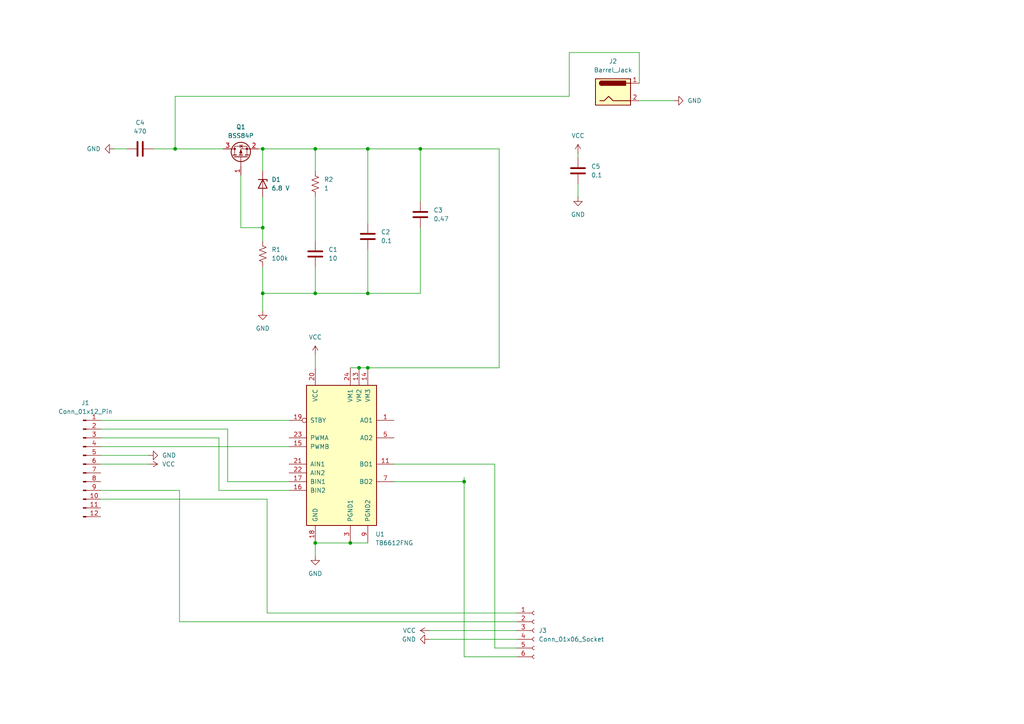
<source format=kicad_sch>
(kicad_sch (version 20231120) (generator "eeschema") (generator_version "8.0")
  (paper "A4")
  (lib_symbols
    (symbol "Connector:Barrel_Jack" (pin_names (offset 1.016))
      (property "Reference" "J" (at 0 5.334 0))
      (property "Value" "Barrel_Jack" (at 0 -5.08 0))
      (symbol "Barrel_Jack_0_1"
        (rectangle (start -5.08 3.81) (end 5.08 -3.81) (stroke (width 0.254)) (fill (type background)))
        (arc (start -3.302 3.175) (mid -3.9343 2.54) (end -3.302 1.905) (stroke (width 0.254)))
        (arc (start -3.302 3.175) (mid -3.9343 2.54) (end -3.302 1.905) (stroke (width 0.254)) (fill (type outline)))
        (polyline (pts (xy 5.08 2.54) (xy 3.81 2.54)) (stroke (width 0.254)))
        (polyline (pts (xy -3.81 -2.54) (xy -2.54 -2.54) (xy -1.27 -1.27) (xy 0 -2.54) (xy 2.54 -2.54) (xy 5.08 -2.54)) (stroke (width 0.254)))
        (rectangle (start 3.683 3.175) (end -3.302 1.905) (stroke (width 0.254)) (fill (type outline)))
      )
      (symbol "Barrel_Jack_1_1"
        (pin passive line (at 7.62 2.54 180) (length 2.54) (name "~") (number "1"))
        (pin passive line (at 7.62 -2.54 180) (length 2.54) (name "~") (number "2"))
      )
    )
    (symbol "Connector:Conn_01x06_Socket" (pin_names (offset 1.016) hide)
      (property "Reference" "J" (at 0 7.62 0))
      (property "Value" "Conn_01x06_Socket" (at 0 -10.16 0))
      (symbol "Conn_01x06_Socket_1_1"
        (arc (start 0 -7.112) (mid -0.5058 -7.62) (end 0 -8.128) (stroke (width 0.1524)))
        (arc (start 0 -4.572) (mid -0.5058 -5.08) (end 0 -5.588) (stroke (width 0.1524)))
        (arc (start 0 -2.032) (mid -0.5058 -2.54) (end 0 -3.048) (stroke (width 0.1524)))
        (polyline (pts (xy -1.27 -7.62) (xy -0.508 -7.62)) (stroke (width 0.1524)))
        (polyline (pts (xy -1.27 -5.08) (xy -0.508 -5.08)) (stroke (width 0.1524)))
        (polyline (pts (xy -1.27 -2.54) (xy -0.508 -2.54)) (stroke (width 0.1524)))
        (polyline (pts (xy -1.27 0) (xy -0.508 0)) (stroke (width 0.1524)))
        (polyline (pts (xy -1.27 2.54) (xy -0.508 2.54)) (stroke (width 0.1524)))
        (polyline (pts (xy -1.27 5.08) (xy -0.508 5.08)) (stroke (width 0.1524)))
        (arc (start 0 0.508) (mid -0.5058 0) (end 0 -0.508) (stroke (width 0.1524)))
        (arc (start 0 3.048) (mid -0.5058 2.54) (end 0 2.032) (stroke (width 0.1524)))
        (arc (start 0 5.588) (mid -0.5058 5.08) (end 0 4.572) (stroke (width 0.1524)))
        (pin passive line (at -5.08 5.08 0) (length 3.81) (name "Pin_1") (number "1"))
        (pin passive line (at -5.08 2.54 0) (length 3.81) (name "Pin_2") (number "2"))
        (pin passive line (at -5.08 0 0) (length 3.81) (name "Pin_3") (number "3"))
        (pin passive line (at -5.08 -2.54 0) (length 3.81) (name "Pin_4") (number "4"))
        (pin passive line (at -5.08 -5.08 0) (length 3.81) (name "Pin_5") (number "5"))
        (pin passive line (at -5.08 -7.62 0) (length 3.81) (name "Pin_6") (number "6"))
      )
    )
    (symbol "Connector:Conn_01x12_Pin" (pin_names (offset 1.016) hide)
      (property "Reference" "J" (at 0 15.24 0))
      (property "Value" "Conn_01x12_Pin" (at 0 -17.78 0))
      (symbol "Conn_01x12_Pin_1_1"
        (polyline (pts (xy 1.27 -15.24) (xy 0.8636 -15.24)) (stroke (width 0.1524)))
        (polyline (pts (xy 1.27 -12.7) (xy 0.8636 -12.7)) (stroke (width 0.1524)))
        (polyline (pts (xy 1.27 -10.16) (xy 0.8636 -10.16)) (stroke (width 0.1524)))
        (polyline (pts (xy 1.27 -7.62) (xy 0.8636 -7.62)) (stroke (width 0.1524)))
        (polyline (pts (xy 1.27 -5.08) (xy 0.8636 -5.08)) (stroke (width 0.1524)))
        (polyline (pts (xy 1.27 -2.54) (xy 0.8636 -2.54)) (stroke (width 0.1524)))
        (polyline (pts (xy 1.27 0) (xy 0.8636 0)) (stroke (width 0.1524)))
        (polyline (pts (xy 1.27 2.54) (xy 0.8636 2.54)) (stroke (width 0.1524)))
        (polyline (pts (xy 1.27 5.08) (xy 0.8636 5.08)) (stroke (width 0.1524)))
        (polyline (pts (xy 1.27 7.62) (xy 0.8636 7.62)) (stroke (width 0.1524)))
        (polyline (pts (xy 1.27 10.16) (xy 0.8636 10.16)) (stroke (width 0.1524)))
        (polyline (pts (xy 1.27 12.7) (xy 0.8636 12.7)) (stroke (width 0.1524)))
        (rectangle (start 0.8636 -15.113) (end 0 -15.367) (stroke (width 0.1524)) (fill (type outline)))
        (rectangle (start 0.8636 -12.573) (end 0 -12.827) (stroke (width 0.1524)) (fill (type outline)))
        (rectangle (start 0.8636 -10.033) (end 0 -10.287) (stroke (width 0.1524)) (fill (type outline)))
        (rectangle (start 0.8636 -7.493) (end 0 -7.747) (stroke (width 0.1524)) (fill (type outline)))
        (rectangle (start 0.8636 -4.953) (end 0 -5.207) (stroke (width 0.1524)) (fill (type outline)))
        (rectangle (start 0.8636 -2.413) (end 0 -2.667) (stroke (width 0.1524)) (fill (type outline)))
        (rectangle (start 0.8636 0.127) (end 0 -0.127) (stroke (width 0.1524)) (fill (type outline)))
        (rectangle (start 0.8636 2.667) (end 0 2.413) (stroke (width 0.1524)) (fill (type outline)))
        (rectangle (start 0.8636 5.207) (end 0 4.953) (stroke (width 0.1524)) (fill (type outline)))
        (rectangle (start 0.8636 7.747) (end 0 7.493) (stroke (width 0.1524)) (fill (type outline)))
        (rectangle (start 0.8636 10.287) (end 0 10.033) (stroke (width 0.1524)) (fill (type outline)))
        (rectangle (start 0.8636 12.827) (end 0 12.573) (stroke (width 0.1524)) (fill (type outline)))
        (pin passive line (at 5.08 12.7 180) (length 3.81) (name "Pin_1") (number "1"))
        (pin passive line (at 5.08 -10.16 180) (length 3.81) (name "Pin_10") (number "10"))
        (pin passive line (at 5.08 -12.7 180) (length 3.81) (name "Pin_11") (number "11"))
        (pin passive line (at 5.08 -15.24 180) (length 3.81) (name "Pin_12") (number "12"))
        (pin passive line (at 5.08 10.16 180) (length 3.81) (name "Pin_2") (number "2"))
        (pin passive line (at 5.08 7.62 180) (length 3.81) (name "Pin_3") (number "3"))
        (pin passive line (at 5.08 5.08 180) (length 3.81) (name "Pin_4") (number "4"))
        (pin passive line (at 5.08 2.54 180) (length 3.81) (name "Pin_5") (number "5"))
        (pin passive line (at 5.08 0 180) (length 3.81) (name "Pin_6") (number "6"))
        (pin passive line (at 5.08 -2.54 180) (length 3.81) (name "Pin_7") (number "7"))
        (pin passive line (at 5.08 -5.08 180) (length 3.81) (name "Pin_8") (number "8"))
        (pin passive line (at 5.08 -7.62 180) (length 3.81) (name "Pin_9") (number "9"))
      )
    )
    (symbol "Device:C" (pin_numbers hide) (pin_names (offset 0.254))
      (property "Reference" "C" (at 0.635 2.54 0))
      (property "Value" "C" (at 0.635 -2.54 0))
      (symbol "C_0_1"
        (polyline (pts (xy -2.032 -0.762) (xy 2.032 -0.762)) (stroke (width 0.508)))
        (polyline (pts (xy -2.032 0.762) (xy 2.032 0.762)) (stroke (width 0.508)))
      )
      (symbol "C_1_1"
        (pin passive line (at 0 3.81 270) (length 2.794) (name "~") (number "1"))
        (pin passive line (at 0 -3.81 90) (length 2.794) (name "~") (number "2"))
      )
    )
    (symbol "Device:D_Zener" (pin_numbers hide) (pin_names (offset 1.016) hide)
      (property "Reference" "D" (at 0 2.54 0))
      (property "Value" "D_Zener" (at 0 -2.54 0))
      (symbol "D_Zener_0_1"
        (polyline (pts (xy 1.27 0) (xy -1.27 0)))
        (polyline (pts (xy -1.27 -1.27) (xy -1.27 1.27) (xy -0.762 1.27)) (stroke (width 0.254)))
        (polyline (pts (xy 1.27 -1.27) (xy 1.27 1.27) (xy -1.27 0) (xy 1.27 -1.27)) (stroke (width 0.254)))
      )
      (symbol "D_Zener_1_1"
        (pin passive line (at -3.81 0 0) (length 2.54) (name "K") (number "1"))
        (pin passive line (at 3.81 0 180) (length 2.54) (name "A") (number "2"))
      )
    )
    (symbol "Device:R_US" (pin_numbers hide) (pin_names (offset 0))
      (property "Reference" "R" (at 2.54 0 90))
      (property "Value" "R_US" (at -2.54 0 90))
      (symbol "R_US_0_1"
        (polyline (pts (xy 0 -2.286) (xy 0 -2.54)))
        (polyline (pts (xy 0 2.286) (xy 0 2.54)))
        (polyline (pts (xy 0 -0.762) (xy 1.016 -1.143) (xy 0 -1.524) (xy -1.016 -1.905) (xy 0 -2.286)))
        (polyline (pts (xy 0 0.762) (xy 1.016 0.381) (xy 0 0) (xy -1.016 -0.381) (xy 0 -0.762)))
        (polyline (pts (xy 0 2.286) (xy 1.016 1.905) (xy 0 1.524) (xy -1.016 1.143) (xy 0 0.762)))
      )
      (symbol "R_US_1_1"
        (pin passive line (at 0 3.81 270) (length 1.27) (name "~") (number "1"))
        (pin passive line (at 0 -3.81 90) (length 1.27) (name "~") (number "2"))
      )
    )
    (symbol "Driver_Motor:TB6612FNG" (pin_names (offset 1.016))
      (property "Reference" "U" (at 11.43 17.78 0))
      (property "Value" "TB6612FNG" (at 11.43 15.24 0))
      (symbol "TB6612FNG_0_1"
        (rectangle (start -10.16 20.32) (end 10.16 -20.32) (stroke (width 0.254)) (fill (type background)))
      )
      (symbol "TB6612FNG_1_1"
        (pin output line (at 15.24 10.16 180) (length 5.08) (name "AO1") (number "1"))
        (pin passive line (at 7.62 -25.4 90) (length 5.08) hide (name "PGND2") (number "10"))
        (pin output line (at 15.24 -2.54 180) (length 5.08) (name "BO1") (number "11"))
        (pin passive line (at 15.24 -2.54 180) (length 5.08) hide (name "BO1") (number "12"))
        (pin power_in line (at 5.08 25.4 270) (length 5.08) (name "VM2") (number "13"))
        (pin power_in line (at 7.62 25.4 270) (length 5.08) (name "VM3") (number "14"))
        (pin input line (at -15.24 2.54 0) (length 5.08) (name "PWMB") (number "15"))
        (pin input line (at -15.24 -10.16 0) (length 5.08) (name "BIN2") (number "16"))
        (pin input line (at -15.24 -7.62 0) (length 5.08) (name "BIN1") (number "17"))
        (pin power_in line (at -7.62 -25.4 90) (length 5.08) (name "GND") (number "18"))
        (pin input inverted (at -15.24 10.16 0) (length 5.08) (name "STBY") (number "19"))
        (pin passive line (at 15.24 10.16 180) (length 5.08) hide (name "AO1") (number "2"))
        (pin power_in line (at -7.62 25.4 270) (length 5.08) (name "VCC") (number "20"))
        (pin input line (at -15.24 -2.54 0) (length 5.08) (name "AIN1") (number "21"))
        (pin input line (at -15.24 -5.08 0) (length 5.08) (name "AIN2") (number "22"))
        (pin input line (at -15.24 5.08 0) (length 5.08) (name "PWMA") (number "23"))
        (pin power_in line (at 2.54 25.4 270) (length 5.08) (name "VM1") (number "24"))
        (pin power_in line (at 2.54 -25.4 90) (length 5.08) (name "PGND1") (number "3"))
        (pin passive line (at 2.54 -25.4 90) (length 5.08) hide (name "PGND1") (number "4"))
        (pin output line (at 15.24 5.08 180) (length 5.08) (name "AO2") (number "5"))
        (pin passive line (at 15.24 5.08 180) (length 5.08) hide (name "AO2") (number "6"))
        (pin output line (at 15.24 -7.62 180) (length 5.08) (name "BO2") (number "7"))
        (pin passive line (at 15.24 -7.62 180) (length 5.08) hide (name "BO2") (number "8"))
        (pin power_in line (at 7.62 -25.4 90) (length 5.08) (name "PGND2") (number "9"))
      )
    )
    (symbol "Transistor_FET:BSS83P" (pin_names hide)
      (property "Reference" "Q" (at 5.08 1.905 0))
      (property "Value" "BSS83P" (at 5.08 0 0))
      (symbol "BSS83P_0_1"
        (polyline (pts (xy 0.254 0) (xy -2.54 0)))
        (polyline (pts (xy 0.254 1.905) (xy 0.254 -1.905)) (stroke (width 0.254)))
        (polyline (pts (xy 0.762 -1.27) (xy 0.762 -2.286)) (stroke (width 0.254)))
        (polyline (pts (xy 0.762 0.508) (xy 0.762 -0.508)) (stroke (width 0.254)))
        (polyline (pts (xy 0.762 2.286) (xy 0.762 1.27)) (stroke (width 0.254)))
        (polyline (pts (xy 2.54 2.54) (xy 2.54 1.778)))
        (polyline (pts (xy 2.54 -2.54) (xy 2.54 0) (xy 0.762 0)))
        (polyline (pts (xy 0.762 1.778) (xy 3.302 1.778) (xy 3.302 -1.778) (xy 0.762 -1.778)))
        (polyline (pts (xy 2.286 0) (xy 1.27 0.381) (xy 1.27 -0.381) (xy 2.286 0)) (fill (type outline)))
        (polyline (pts (xy 2.794 -0.508) (xy 2.921 -0.381) (xy 3.683 -0.381) (xy 3.81 -0.254)))
        (polyline (pts (xy 3.302 -0.381) (xy 2.921 0.254) (xy 3.683 0.254) (xy 3.302 -0.381)))
        (circle (center 1.651 0) (radius 2.794) (stroke (width 0.254)))
        (circle (center 2.54 -1.778) (radius 0.254) (fill (type outline)))
        (circle (center 2.54 1.778) (radius 0.254) (fill (type outline)))
      )
      (symbol "BSS83P_1_1"
        (pin input line (at -5.08 0 0) (length 2.54) (name "G") (number "1"))
        (pin passive line (at 2.54 -5.08 90) (length 2.54) (name "S") (number "2"))
        (pin passive line (at 2.54 5.08 270) (length 2.54) (name "D") (number "3"))
      )
    )
    (symbol "power:GND" (power) (pin_numbers hide) (pin_names (offset 0) hide)
      (property "Value" "GND" (at 0 -3.81 0))
      (symbol "GND_0_1"
        (polyline (pts (xy 0 0) (xy 0 -1.27) (xy 1.27 -1.27) (xy 0 -2.54) (xy -1.27 -1.27) (xy 0 -1.27)))
      )
      (symbol "GND_1_1"
        (pin power_in line (at 0 0 270) (length 0) (name "~") (number "1"))
      )
    )
    (symbol "power:VCC" (power) (pin_numbers hide) (pin_names (offset 0) hide)
      (property "Value" "VCC" (at 0 3.556 0))
      (symbol "VCC_0_1"
        (polyline (pts (xy -0.762 1.27) (xy 0 2.54)))
        (polyline (pts (xy 0 0) (xy 0 2.54)))
        (polyline (pts (xy 0 2.54) (xy 0.762 1.27)))
      )
      (symbol "VCC_1_1"
        (pin power_in line (at 0 0 90) (length 0) (name "~") (number "1"))
      )
    )
  )
  (junction (at 76.2 66.04))
  (junction (at 101.6 157.48))
  (junction (at 76.2 43.18))
  (junction (at 50.8 43.18))
  (junction (at 106.68 43.18))
  (junction (at 106.68 85.09))
  (junction (at 121.92 43.18))
  (junction (at 91.44 157.48))
  (junction (at 106.68 106.68))
  (junction (at 76.2 85.09))
  (junction (at 104.14 106.68))
  (junction (at 134.62 139.7))
  (junction (at 91.44 85.09))
  (junction (at 91.44 43.18))
  (wire (pts (xy 44.45 43.18) (xy 50.8 43.18)))
  (wire (pts (xy 91.44 43.18) (xy 91.44 49.53)))
  (wire (pts (xy 29.21 129.54) (xy 83.82 129.54)))
  (wire (pts (xy 76.2 85.09) (xy 76.2 90.17)))
  (wire (pts (xy 124.46 182.88) (xy 149.86 182.88)))
  (wire (pts (xy 143.51 187.96) (xy 149.86 187.96)))
  (wire (pts (xy 66.04 124.46) (xy 66.04 139.7)))
  (wire (pts (xy 134.62 139.7) (xy 134.62 190.5)))
  (wire (pts (xy 101.6 157.48) (xy 106.68 157.48)))
  (wire (pts (xy 29.21 121.92) (xy 83.82 121.92)))
  (wire (pts (xy 106.68 106.68) (xy 144.78 106.68)))
  (wire (pts (xy 76.2 57.15) (xy 76.2 66.04)))
  (wire (pts (xy 121.92 66.04) (xy 121.92 85.09)))
  (wire (pts (xy 76.2 66.04) (xy 76.2 69.85)))
  (wire (pts (xy 74.93 43.18) (xy 76.2 43.18)))
  (wire (pts (xy 29.21 127) (xy 63.5 127)))
  (wire (pts (xy 52.07 142.24) (xy 52.07 180.34)))
  (wire (pts (xy 121.92 43.18) (xy 121.92 58.42)))
  (wire (pts (xy 33.02 43.18) (xy 36.83 43.18)))
  (wire (pts (xy 50.8 27.94) (xy 165.1 27.94)))
  (wire (pts (xy 106.68 85.09) (xy 121.92 85.09)))
  (wire (pts (xy 29.21 132.08) (xy 43.18 132.08)))
  (wire (pts (xy 143.51 134.62) (xy 143.51 187.96)))
  (wire (pts (xy 144.78 106.68) (xy 144.78 43.18)))
  (wire (pts (xy 91.44 157.48) (xy 91.44 161.29)))
  (wire (pts (xy 104.14 106.68) (xy 106.68 106.68)))
  (wire (pts (xy 114.3 134.62) (xy 143.51 134.62)))
  (wire (pts (xy 50.8 27.94) (xy 50.8 43.18)))
  (wire (pts (xy 52.07 180.34) (xy 149.86 180.34)))
  (wire (pts (xy 121.92 43.18) (xy 144.78 43.18)))
  (wire (pts (xy 29.21 142.24) (xy 52.07 142.24)))
  (wire (pts (xy 77.47 177.8) (xy 149.86 177.8)))
  (wire (pts (xy 91.44 77.47) (xy 91.44 85.09)))
  (wire (pts (xy 124.46 185.42) (xy 149.86 185.42)))
  (wire (pts (xy 64.77 43.18) (xy 50.8 43.18)))
  (wire (pts (xy 66.04 139.7) (xy 83.82 139.7)))
  (wire (pts (xy 101.6 106.68) (xy 104.14 106.68)))
  (wire (pts (xy 106.68 43.18) (xy 121.92 43.18)))
  (wire (pts (xy 69.85 66.04) (xy 76.2 66.04)))
  (wire (pts (xy 63.5 142.24) (xy 83.82 142.24)))
  (wire (pts (xy 134.62 138.43) (xy 134.62 139.7)))
  (wire (pts (xy 165.1 27.94) (xy 165.1 15.24)))
  (wire (pts (xy 77.47 144.78) (xy 77.47 177.8)))
  (wire (pts (xy 134.62 190.5) (xy 149.86 190.5)))
  (wire (pts (xy 91.44 102.87) (xy 91.44 106.68)))
  (wire (pts (xy 29.21 144.78) (xy 77.47 144.78)))
  (wire (pts (xy 185.42 15.24) (xy 185.42 24.13)))
  (wire (pts (xy 76.2 43.18) (xy 91.44 43.18)))
  (wire (pts (xy 29.21 124.46) (xy 66.04 124.46)))
  (wire (pts (xy 29.21 134.62) (xy 43.18 134.62)))
  (wire (pts (xy 165.1 15.24) (xy 185.42 15.24)))
  (wire (pts (xy 91.44 85.09) (xy 106.68 85.09)))
  (wire (pts (xy 91.44 43.18) (xy 106.68 43.18)))
  (wire (pts (xy 69.85 50.8) (xy 69.85 66.04)))
  (wire (pts (xy 167.64 53.34) (xy 167.64 57.15)))
  (wire (pts (xy 63.5 127) (xy 63.5 142.24)))
  (wire (pts (xy 114.3 139.7) (xy 134.62 139.7)))
  (wire (pts (xy 76.2 77.47) (xy 76.2 85.09)))
  (wire (pts (xy 91.44 57.15) (xy 91.44 69.85)))
  (wire (pts (xy 106.68 43.18) (xy 106.68 64.77)))
  (wire (pts (xy 76.2 85.09) (xy 91.44 85.09)))
  (wire (pts (xy 185.42 29.21) (xy 195.58 29.21)))
  (wire (pts (xy 106.68 72.39) (xy 106.68 85.09)))
  (wire (pts (xy 167.64 44.45) (xy 167.64 45.72)))
  (wire (pts (xy 76.2 43.18) (xy 76.2 49.53)))
  (wire (pts (xy 91.44 157.48) (xy 101.6 157.48)))
  (symbol (lib_id "Device:C") (at 91.44 73.66 0) (unit 1)
    (property "Reference" "C1" (at 95.25 72.3899 0) (effects (justify left)))
    (property "Value" "10" (at 95.25 74.9299 0) (effects (justify left)))
    (property "Footprint" "Capacitor_SMD:C_1206_3216Metric_Pad1.33x1.80mm_HandSolder" (effects (hide yes)))
    (property "Description" "Unpolarized capacitor" (effects (hide yes)))
  )
  (symbol (lib_id "Connector:Conn_01x06_Socket") (at 154.94 182.88 0) (unit 1)
    (property "Reference" "J3" (at 156.21 182.8799 0) (effects (justify left)))
    (property "Value" "Conn_01x06_Socket" (at 156.21 185.4199 0) (effects (justify left)))
    (property "Footprint" "Connector_PinHeader_2.54mm:PinHeader_1x06_P2.54mm_Vertical" (effects (hide yes)))
    (property "Description" "Generic connector, single row, 01x06, script generated" (effects (hide yes)))
  )
  (symbol (lib_id "power:GND") (at 76.2 90.17 0) (unit 1)
    (property "Reference" "#PWR01" (effects (hide yes)))
    (property "Value" "GND" (at 76.2 95.25 0))
    (property "Description" "Power symbol creates a global label with name \"GND\" , ground" (effects (hide yes)))
  )
  (symbol (lib_id "Device:C") (at 167.64 49.53 0) (unit 1)
    (property "Reference" "C5" (at 171.45 48.2599 0) (effects (justify left)))
    (property "Value" "0.1" (at 171.45 50.7999 0) (effects (justify left)))
    (property "Footprint" "Capacitor_SMD:C_1206_3216Metric_Pad1.33x1.80mm_HandSolder" (effects (hide yes)))
    (property "Description" "Unpolarized capacitor" (effects (hide yes)))
  )
  (symbol (lib_id "Device:R_US") (at 76.2 73.66 0) (unit 1)
    (property "Reference" "R1" (at 78.74 72.3899 0) (effects (justify left)))
    (property "Value" "100k" (at 78.74 74.9299 0) (effects (justify left)))
    (property "Footprint" "Resistor_SMD:R_1206_3216Metric_Pad1.30x1.75mm_HandSolder" (effects (hide yes)))
    (property "Description" "Resistor, US symbol" (effects (hide yes)))
  )
  (symbol (lib_id "Device:C") (at 121.92 62.23 0) (unit 1)
    (property "Reference" "C3" (at 125.73 60.9599 0) (effects (justify left)))
    (property "Value" "0.47" (at 125.73 63.4999 0) (effects (justify left)))
    (property "Footprint" "Capacitor_SMD:C_1206_3216Metric_Pad1.33x1.80mm_HandSolder" (effects (hide yes)))
    (property "Description" "Unpolarized capacitor" (effects (hide yes)))
  )
  (symbol (lib_id "Driver_Motor:TB6612FNG") (at 99.06 132.08 0) (unit 1)
    (property "Reference" "U1" (at 108.8741 154.94 0) (effects (justify left)))
    (property "Value" "TB6612FNG" (at 108.8741 157.48 0) (effects (justify left)))
    (property "Footprint" "Package_SO:SSOP-24_5.3x8.2mm_P0.65mm" (effects (hide yes)))
    (property "Datasheet" "https://toshiba.semicon-storage.com/us/product/linear/motordriver/detail.TB6612FNG.html" (effects (hide yes)))
    (property "Description" "Driver IC for Dual DC motor, SSOP-24" (effects (hide yes)))
  )
  (symbol (lib_id "Device:C") (at 106.68 68.58 0) (unit 1)
    (property "Reference" "C2" (at 110.49 67.3099 0) (effects (justify left)))
    (property "Value" "0.1" (at 110.49 69.8499 0) (effects (justify left)))
    (property "Footprint" "Capacitor_SMD:C_1206_3216Metric_Pad1.33x1.80mm_HandSolder" (effects (hide yes)))
    (property "Description" "Unpolarized capacitor" (effects (hide yes)))
  )
  (symbol (lib_id "power:GND") (at 91.44 161.29 0) (unit 1)
    (property "Reference" "#PWR03" (effects (hide yes)))
    (property "Value" "GND" (at 91.44 166.37 0))
    (property "Description" "Power symbol creates a global label with name \"GND\" , ground" (effects (hide yes)))
  )
  (symbol (lib_id "power:GND") (at 33.02 43.18 270) (unit 1)
    (property "Reference" "#PWR05" (effects (hide yes)))
    (property "Value" "GND" (at 29.21 43.1799 90) (effects (justify right)))
    (property "Description" "Power symbol creates a global label with name \"GND\" , ground" (effects (hide yes)))
  )
  (symbol (lib_id "power:VCC") (at 124.46 182.88 90) (unit 1)
    (property "Reference" "#PWR09" (effects (hide yes)))
    (property "Value" "VCC" (at 120.65 182.8799 90) (effects (justify left)))
    (property "Description" "Power symbol creates a global label with name \"VCC\"" (effects (hide yes)))
  )
  (symbol (lib_id "Connector:Conn_01x12_Pin") (at 24.13 134.62 0) (unit 1)
    (property "Reference" "J1" (at 24.765 116.84 0))
    (property "Value" "Conn_01x12_Pin" (at 24.765 119.38 0))
    (property "Footprint" "pmod-conn_6x2:pmod_pin_array_6x2" (effects (hide yes)))
    (property "Description" "Generic connector, single row, 01x12, script generated" (effects (hide yes)))
  )
  (symbol (lib_id "Device:C") (at 40.64 43.18 270) (unit 1)
    (property "Reference" "C4" (at 40.64 35.56 90))
    (property "Value" "470" (at 40.64 38.1 90))
    (property "Footprint" "Capacitor_SMD:C_1206_3216Metric_Pad1.33x1.80mm_HandSolder" (effects (hide yes)))
    (property "Description" "Unpolarized capacitor" (effects (hide yes)))
  )
  (symbol (lib_id "Device:D_Zener") (at 76.2 53.34 270) (unit 1)
    (property "Reference" "D1" (at 78.74 52.0699 90) (effects (justify left)))
    (property "Value" "6.8 V" (at 78.74 54.6099 90) (effects (justify left)))
    (property "Footprint" "Diode_SMD:D_SMB_Handsoldering" (effects (hide yes)))
    (property "Description" "Zener diode" (effects (hide yes)))
  )
  (symbol (lib_id "Connector:Barrel_Jack") (at 177.8 26.67 0) (unit 1)
    (property "Reference" "J2" (at 177.8 17.78 0))
    (property "Value" "Barrel_Jack" (at 177.8 20.32 0))
    (property "Footprint" "Connector_PinHeader_2.54mm:PinHeader_2x01_P2.54mm_Vertical" (effects (hide yes)))
    (property "Description" "DC Barrel Jack" (effects (hide yes)))
  )
  (symbol (lib_id "power:VCC") (at 91.44 102.87 0) (unit 1)
    (property "Reference" "#PWR02" (effects (hide yes)))
    (property "Value" "VCC" (at 91.44 97.79 0))
    (property "Description" "Power symbol creates a global label with name \"VCC\"" (effects (hide yes)))
  )
  (symbol (lib_id "power:GND") (at 124.46 185.42 270) (unit 1)
    (property "Reference" "#PWR010" (effects (hide yes)))
    (property "Value" "GND" (at 120.65 185.4199 90) (effects (justify right)))
    (property "Description" "Power symbol creates a global label with name \"GND\" , ground" (effects (hide yes)))
  )
  (symbol (lib_id "Transistor_FET:BSS83P") (at 69.85 45.72 90) (unit 1)
    (property "Reference" "Q1" (at 69.85 36.83 90))
    (property "Value" "BSS84P" (at 69.85 39.37 90))
    (property "Footprint" "Package_TO_SOT_SMD:SOT-23_Handsoldering" (effects (hide yes)))
    (property "Datasheet" "http://www.farnell.com/datasheets/1835997.pdf" (effects (hide yes)))
    (property "Description" "-0.33A Id, -60V Vds, P-Channel MOSFET, SOT-23" (effects (hide yes)))
  )
  (symbol (lib_id "Device:R_US") (at 91.44 53.34 0) (unit 1)
    (property "Reference" "R2" (at 93.98 52.0699 0) (effects (justify left)))
    (property "Value" "1" (at 93.98 54.6099 0) (effects (justify left)))
    (property "Footprint" "Resistor_SMD:R_1206_3216Metric_Pad1.30x1.75mm_HandSolder" (effects (hide yes)))
    (property "Description" "Resistor, US symbol" (effects (hide yes)))
  )
  (symbol (lib_id "power:VCC") (at 167.64 44.45 0) (unit 1)
    (property "Reference" "#PWR06" (effects (hide yes)))
    (property "Value" "VCC" (at 167.64 39.37 0))
    (property "Description" "Power symbol creates a global label with name \"VCC\"" (effects (hide yes)))
  )
  (symbol (lib_id "power:VCC") (at 43.18 134.62 270) (unit 1)
    (property "Reference" "#PWR011" (effects (hide yes)))
    (property "Value" "VCC" (at 46.99 134.6199 90) (effects (justify left)))
    (property "Description" "Power symbol creates a global label with name \"VCC\"" (effects (hide yes)))
  )
  (symbol (lib_id "power:GND") (at 43.18 132.08 90) (unit 1)
    (property "Reference" "#PWR08" (effects (hide yes)))
    (property "Value" "GND" (at 46.99 132.0799 90) (effects (justify right)))
    (property "Description" "Power symbol creates a global label with name \"GND\" , ground" (effects (hide yes)))
  )
  (symbol (lib_id "power:GND") (at 167.64 57.15 0) (unit 1)
    (property "Reference" "#PWR07" (effects (hide yes)))
    (property "Value" "GND" (at 167.64 62.23 0))
    (property "Description" "Power symbol creates a global label with name \"GND\" , ground" (effects (hide yes)))
  )
  (symbol (lib_id "power:GND") (at 195.58 29.21 90) (unit 1)
    (property "Reference" "#PWR04" (effects (hide yes)))
    (property "Value" "GND" (at 199.39 29.2099 90) (effects (justify right)))
    (property "Description" "Power symbol creates a global label with name \"GND\" , ground" (effects (hide yes)))
  )
)
</source>
